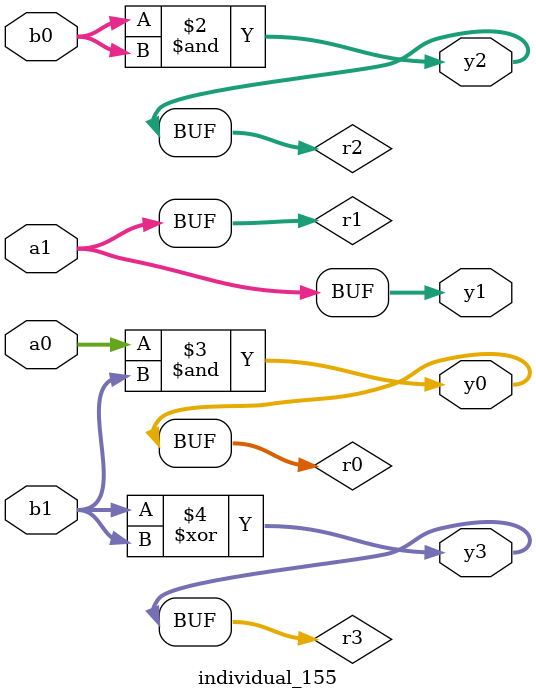
<source format=sv>
module individual_155(input logic [15:0] a1, input logic [15:0] a0, input logic [15:0] b1, input logic [15:0] b0, output logic [15:0] y3, output logic [15:0] y2, output logic [15:0] y1, output logic [15:0] y0);
logic [15:0] r0, r1, r2, r3; 
 always@(*) begin 
	 r0 = a0; r1 = a1; r2 = b0; r3 = b1; 
 	 r2  &=  b0 ;
 	 r0  &=  b1 ;
 	 r3  ^=  b1 ;
 	 y3 = r3; y2 = r2; y1 = r1; y0 = r0; 
end
endmodule
</source>
